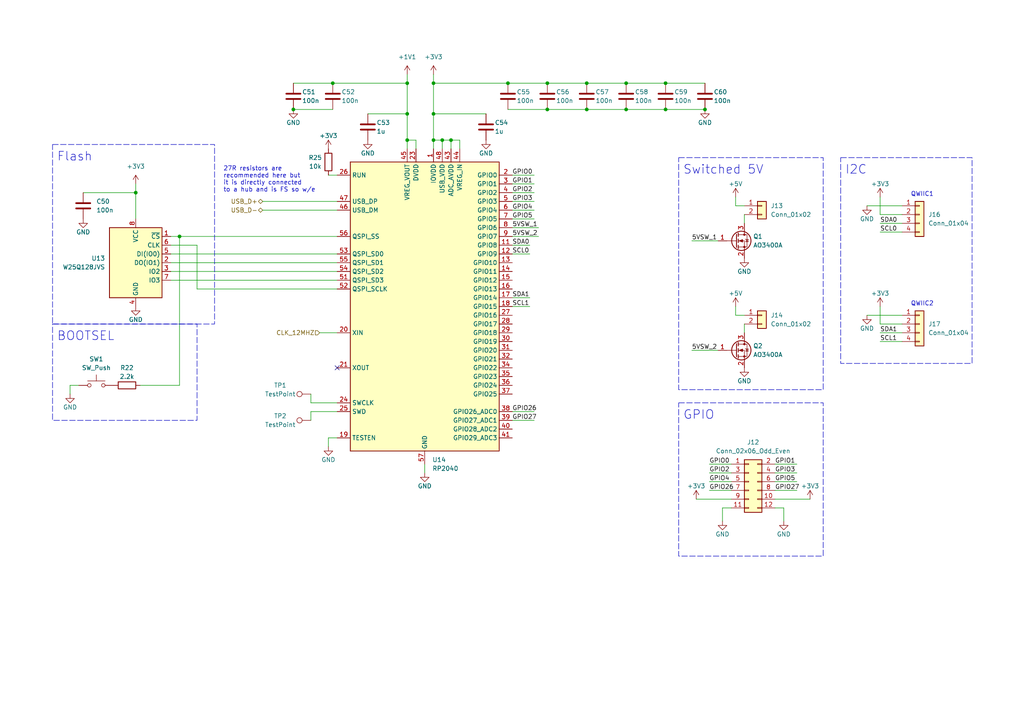
<source format=kicad_sch>
(kicad_sch (version 20230121) (generator eeschema)
  (paper "A4")
  (lib_symbols
    (symbol "Connector:TestPoint" (pin_numbers hide) (pin_names (offset 0.762) hide)
      (property "Reference" "TP" (at 0 6.858 0))
      (property "Value" "TestPoint" (at 0 5.08 0))
      (symbol "TestPoint_0_1"
        (circle (center 0 3.302) (radius 0.762))
      )
      (symbol "TestPoint_1_1"
        (pin passive line (at 0 0 90) (length 2.54) (name "1") (number "1"))
      )
    )
    (symbol "Connector_Generic:Conn_01x02" (pin_names (offset 1.016) hide)
      (property "Reference" "J" (at 0 2.54 0))
      (property "Value" "Conn_01x02" (at 0 -5.08 0))
      (symbol "Conn_01x02_1_1"
        (rectangle (start -1.27 -2.413) (end 0 -2.667) (stroke (width 0.1524)))
        (rectangle (start -1.27 0.127) (end 0 -0.127) (stroke (width 0.1524)))
        (rectangle (start -1.27 1.27) (end 1.27 -3.81) (stroke (width 0.254)) (fill (type background)))
        (pin passive line (at -5.08 0 0) (length 3.81) (name "Pin_1") (number "1"))
        (pin passive line (at -5.08 -2.54 0) (length 3.81) (name "Pin_2") (number "2"))
      )
    )
    (symbol "Connector_Generic:Conn_01x04" (pin_names (offset 1.016) hide)
      (property "Reference" "J" (at 0 5.08 0))
      (property "Value" "Conn_01x04" (at 0 -7.62 0))
      (symbol "Conn_01x04_1_1"
        (rectangle (start -1.27 -4.953) (end 0 -5.207) (stroke (width 0.1524)))
        (rectangle (start -1.27 -2.413) (end 0 -2.667) (stroke (width 0.1524)))
        (rectangle (start -1.27 0.127) (end 0 -0.127) (stroke (width 0.1524)))
        (rectangle (start -1.27 2.667) (end 0 2.413) (stroke (width 0.1524)))
        (rectangle (start -1.27 3.81) (end 1.27 -6.35) (stroke (width 0.254)) (fill (type background)))
        (pin passive line (at -5.08 2.54 0) (length 3.81) (name "Pin_1") (number "1"))
        (pin passive line (at -5.08 0 0) (length 3.81) (name "Pin_2") (number "2"))
        (pin passive line (at -5.08 -2.54 0) (length 3.81) (name "Pin_3") (number "3"))
        (pin passive line (at -5.08 -5.08 0) (length 3.81) (name "Pin_4") (number "4"))
      )
    )
    (symbol "Connector_Generic:Conn_02x06_Odd_Even" (pin_names (offset 1.016) hide)
      (property "Reference" "J" (at 1.27 7.62 0))
      (property "Value" "Conn_02x06_Odd_Even" (at 1.27 -10.16 0))
      (symbol "Conn_02x06_Odd_Even_1_1"
        (rectangle (start -1.27 -7.493) (end 0 -7.747) (stroke (width 0.1524)))
        (rectangle (start -1.27 -4.953) (end 0 -5.207) (stroke (width 0.1524)))
        (rectangle (start -1.27 -2.413) (end 0 -2.667) (stroke (width 0.1524)))
        (rectangle (start -1.27 0.127) (end 0 -0.127) (stroke (width 0.1524)))
        (rectangle (start -1.27 2.667) (end 0 2.413) (stroke (width 0.1524)))
        (rectangle (start -1.27 5.207) (end 0 4.953) (stroke (width 0.1524)))
        (rectangle (start -1.27 6.35) (end 3.81 -8.89) (stroke (width 0.254)) (fill (type background)))
        (rectangle (start 3.81 -7.493) (end 2.54 -7.747) (stroke (width 0.1524)))
        (rectangle (start 3.81 -4.953) (end 2.54 -5.207) (stroke (width 0.1524)))
        (rectangle (start 3.81 -2.413) (end 2.54 -2.667) (stroke (width 0.1524)))
        (rectangle (start 3.81 0.127) (end 2.54 -0.127) (stroke (width 0.1524)))
        (rectangle (start 3.81 2.667) (end 2.54 2.413) (stroke (width 0.1524)))
        (rectangle (start 3.81 5.207) (end 2.54 4.953) (stroke (width 0.1524)))
        (pin passive line (at -5.08 5.08 0) (length 3.81) (name "Pin_1") (number "1"))
        (pin passive line (at 7.62 -5.08 180) (length 3.81) (name "Pin_10") (number "10"))
        (pin passive line (at -5.08 -7.62 0) (length 3.81) (name "Pin_11") (number "11"))
        (pin passive line (at 7.62 -7.62 180) (length 3.81) (name "Pin_12") (number "12"))
        (pin passive line (at 7.62 5.08 180) (length 3.81) (name "Pin_2") (number "2"))
        (pin passive line (at -5.08 2.54 0) (length 3.81) (name "Pin_3") (number "3"))
        (pin passive line (at 7.62 2.54 180) (length 3.81) (name "Pin_4") (number "4"))
        (pin passive line (at -5.08 0 0) (length 3.81) (name "Pin_5") (number "5"))
        (pin passive line (at 7.62 0 180) (length 3.81) (name "Pin_6") (number "6"))
        (pin passive line (at -5.08 -2.54 0) (length 3.81) (name "Pin_7") (number "7"))
        (pin passive line (at 7.62 -2.54 180) (length 3.81) (name "Pin_8") (number "8"))
        (pin passive line (at -5.08 -5.08 0) (length 3.81) (name "Pin_9") (number "9"))
      )
    )
    (symbol "Device:C" (pin_numbers hide) (pin_names (offset 0.254))
      (property "Reference" "C" (at 0.635 2.54 0))
      (property "Value" "C" (at 0.635 -2.54 0))
      (symbol "C_0_1"
        (polyline (pts (xy -2.032 -0.762) (xy 2.032 -0.762)) (stroke (width 0.508)))
        (polyline (pts (xy -2.032 0.762) (xy 2.032 0.762)) (stroke (width 0.508)))
      )
      (symbol "C_1_1"
        (pin passive line (at 0 3.81 270) (length 2.794) (name "~") (number "1"))
        (pin passive line (at 0 -3.81 90) (length 2.794) (name "~") (number "2"))
      )
    )
    (symbol "Device:R" (pin_numbers hide) (pin_names (offset 0))
      (property "Reference" "R" (at 2.032 0 90))
      (property "Value" "R" (at 0 0 90))
      (symbol "R_0_1"
        (rectangle (start -1.016 -2.54) (end 1.016 2.54) (stroke (width 0.254)))
      )
      (symbol "R_1_1"
        (pin passive line (at 0 3.81 270) (length 1.27) (name "~") (number "1"))
        (pin passive line (at 0 -3.81 90) (length 1.27) (name "~") (number "2"))
      )
    )
    (symbol "MCU_RaspberryPi:RP2040"
      (property "Reference" "U" (at 17.78 45.72 0))
      (property "Value" "RP2040" (at 17.78 43.18 0))
      (symbol "RP2040_0_1"
        (rectangle (start -21.59 41.91) (end 21.59 -41.91) (stroke (width 0.254)) (fill (type background)))
      )
      (symbol "RP2040_1_1"
        (pin power_in line (at 2.54 45.72 270) (length 3.81) (name "IOVDD") (number "1"))
        (pin passive line (at 2.54 45.72 270) (length 3.81) hide (name "IOVDD") (number "10"))
        (pin bidirectional line (at 25.4 17.78 180) (length 3.81) (name "GPIO8") (number "11"))
        (pin bidirectional line (at 25.4 15.24 180) (length 3.81) (name "GPIO9") (number "12"))
        (pin bidirectional line (at 25.4 12.7 180) (length 3.81) (name "GPIO10") (number "13"))
        (pin bidirectional line (at 25.4 10.16 180) (length 3.81) (name "GPIO11") (number "14"))
        (pin bidirectional line (at 25.4 7.62 180) (length 3.81) (name "GPIO12") (number "15"))
        (pin bidirectional line (at 25.4 5.08 180) (length 3.81) (name "GPIO13") (number "16"))
        (pin bidirectional line (at 25.4 2.54 180) (length 3.81) (name "GPIO14") (number "17"))
        (pin bidirectional line (at 25.4 0 180) (length 3.81) (name "GPIO15") (number "18"))
        (pin input line (at -25.4 -38.1 0) (length 3.81) (name "TESTEN") (number "19"))
        (pin bidirectional line (at 25.4 38.1 180) (length 3.81) (name "GPIO0") (number "2"))
        (pin input line (at -25.4 -7.62 0) (length 3.81) (name "XIN") (number "20"))
        (pin passive line (at -25.4 -17.78 0) (length 3.81) (name "XOUT") (number "21"))
        (pin passive line (at 2.54 45.72 270) (length 3.81) hide (name "IOVDD") (number "22"))
        (pin power_in line (at -2.54 45.72 270) (length 3.81) (name "DVDD") (number "23"))
        (pin input line (at -25.4 -27.94 0) (length 3.81) (name "SWCLK") (number "24"))
        (pin bidirectional line (at -25.4 -30.48 0) (length 3.81) (name "SWD") (number "25"))
        (pin input line (at -25.4 38.1 0) (length 3.81) (name "RUN") (number "26"))
        (pin bidirectional line (at 25.4 -2.54 180) (length 3.81) (name "GPIO16") (number "27"))
        (pin bidirectional line (at 25.4 -5.08 180) (length 3.81) (name "GPIO17") (number "28"))
        (pin bidirectional line (at 25.4 -7.62 180) (length 3.81) (name "GPIO18") (number "29"))
        (pin bidirectional line (at 25.4 35.56 180) (length 3.81) (name "GPIO1") (number "3"))
        (pin bidirectional line (at 25.4 -10.16 180) (length 3.81) (name "GPIO19") (number "30"))
        (pin bidirectional line (at 25.4 -12.7 180) (length 3.81) (name "GPIO20") (number "31"))
        (pin bidirectional line (at 25.4 -15.24 180) (length 3.81) (name "GPIO21") (number "32"))
        (pin passive line (at 2.54 45.72 270) (length 3.81) hide (name "IOVDD") (number "33"))
        (pin bidirectional line (at 25.4 -17.78 180) (length 3.81) (name "GPIO22") (number "34"))
        (pin bidirectional line (at 25.4 -20.32 180) (length 3.81) (name "GPIO23") (number "35"))
        (pin bidirectional line (at 25.4 -22.86 180) (length 3.81) (name "GPIO24") (number "36"))
        (pin bidirectional line (at 25.4 -25.4 180) (length 3.81) (name "GPIO25") (number "37"))
        (pin bidirectional line (at 25.4 -30.48 180) (length 3.81) (name "GPIO26_ADC0") (number "38"))
        (pin bidirectional line (at 25.4 -33.02 180) (length 3.81) (name "GPIO27_ADC1") (number "39"))
        (pin bidirectional line (at 25.4 33.02 180) (length 3.81) (name "GPIO2") (number "4"))
        (pin bidirectional line (at 25.4 -35.56 180) (length 3.81) (name "GPIO28_ADC2") (number "40"))
        (pin bidirectional line (at 25.4 -38.1 180) (length 3.81) (name "GPIO29_ADC3") (number "41"))
        (pin passive line (at 2.54 45.72 270) (length 3.81) hide (name "IOVDD") (number "42"))
        (pin power_in line (at 7.62 45.72 270) (length 3.81) (name "ADC_AVDD") (number "43"))
        (pin power_in line (at 10.16 45.72 270) (length 3.81) (name "VREG_IN") (number "44"))
        (pin power_out line (at -5.08 45.72 270) (length 3.81) (name "VREG_VOUT") (number "45"))
        (pin bidirectional line (at -25.4 27.94 0) (length 3.81) (name "USB_DM") (number "46"))
        (pin bidirectional line (at -25.4 30.48 0) (length 3.81) (name "USB_DP") (number "47"))
        (pin power_in line (at 5.08 45.72 270) (length 3.81) (name "USB_VDD") (number "48"))
        (pin passive line (at 2.54 45.72 270) (length 3.81) hide (name "IOVDD") (number "49"))
        (pin bidirectional line (at 25.4 30.48 180) (length 3.81) (name "GPIO3") (number "5"))
        (pin passive line (at -2.54 45.72 270) (length 3.81) hide (name "DVDD") (number "50"))
        (pin bidirectional line (at -25.4 7.62 0) (length 3.81) (name "QSPI_SD3") (number "51"))
        (pin output line (at -25.4 5.08 0) (length 3.81) (name "QSPI_SCLK") (number "52"))
        (pin bidirectional line (at -25.4 15.24 0) (length 3.81) (name "QSPI_SD0") (number "53"))
        (pin bidirectional line (at -25.4 10.16 0) (length 3.81) (name "QSPI_SD2") (number "54"))
        (pin bidirectional line (at -25.4 12.7 0) (length 3.81) (name "QSPI_SD1") (number "55"))
        (pin bidirectional line (at -25.4 20.32 0) (length 3.81) (name "QSPI_SS") (number "56"))
        (pin power_in line (at 0 -45.72 90) (length 3.81) (name "GND") (number "57"))
        (pin bidirectional line (at 25.4 27.94 180) (length 3.81) (name "GPIO4") (number "6"))
        (pin bidirectional line (at 25.4 25.4 180) (length 3.81) (name "GPIO5") (number "7"))
        (pin bidirectional line (at 25.4 22.86 180) (length 3.81) (name "GPIO6") (number "8"))
        (pin bidirectional line (at 25.4 20.32 180) (length 3.81) (name "GPIO7") (number "9"))
      )
    )
    (symbol "Memory_Flash:W25Q128JVS"
      (property "Reference" "U" (at -8.89 8.89 0))
      (property "Value" "W25Q128JVS" (at 7.62 8.89 0))
      (symbol "W25Q128JVS_0_1"
        (rectangle (start -7.62 10.16) (end 7.62 -10.16) (stroke (width 0.254)) (fill (type background)))
      )
      (symbol "W25Q128JVS_1_1"
        (pin input line (at -10.16 7.62 0) (length 2.54) (name "~{CS}") (number "1"))
        (pin bidirectional line (at -10.16 0 0) (length 2.54) (name "DO(IO1)") (number "2"))
        (pin bidirectional line (at -10.16 -2.54 0) (length 2.54) (name "IO2") (number "3"))
        (pin power_in line (at 0 -12.7 90) (length 2.54) (name "GND") (number "4"))
        (pin bidirectional line (at -10.16 2.54 0) (length 2.54) (name "DI(IO0)") (number "5"))
        (pin input line (at -10.16 5.08 0) (length 2.54) (name "CLK") (number "6"))
        (pin bidirectional line (at -10.16 -5.08 0) (length 2.54) (name "IO3") (number "7"))
        (pin power_in line (at 0 12.7 270) (length 2.54) (name "VCC") (number "8"))
      )
    )
    (symbol "Switch:SW_Push" (pin_numbers hide) (pin_names (offset 1.016) hide)
      (property "Reference" "SW" (at 1.27 2.54 0))
      (property "Value" "SW_Push" (at 0 -1.524 0))
      (symbol "SW_Push_0_1"
        (circle (center -2.032 0) (radius 0.508))
        (polyline (pts (xy 0 1.27) (xy 0 3.048)))
        (polyline (pts (xy 2.54 1.27) (xy -2.54 1.27)))
        (circle (center 2.032 0) (radius 0.508))
        (pin passive line (at -5.08 0 0) (length 2.54) (name "1") (number "1"))
        (pin passive line (at 5.08 0 180) (length 2.54) (name "2") (number "2"))
      )
    )
    (symbol "Transistor_FET:AO3400A" (pin_names hide)
      (property "Reference" "Q" (at 5.08 1.905 0))
      (property "Value" "AO3400A" (at 5.08 0 0))
      (symbol "AO3400A_0_1"
        (polyline (pts (xy 0.254 0) (xy -2.54 0)))
        (polyline (pts (xy 0.254 1.905) (xy 0.254 -1.905)) (stroke (width 0.254)))
        (polyline (pts (xy 0.762 -1.27) (xy 0.762 -2.286)) (stroke (width 0.254)))
        (polyline (pts (xy 0.762 0.508) (xy 0.762 -0.508)) (stroke (width 0.254)))
        (polyline (pts (xy 0.762 2.286) (xy 0.762 1.27)) (stroke (width 0.254)))
        (polyline (pts (xy 2.54 2.54) (xy 2.54 1.778)))
        (polyline (pts (xy 2.54 -2.54) (xy 2.54 0) (xy 0.762 0)))
        (polyline (pts (xy 0.762 -1.778) (xy 3.302 -1.778) (xy 3.302 1.778) (xy 0.762 1.778)))
        (polyline (pts (xy 1.016 0) (xy 2.032 0.381) (xy 2.032 -0.381) (xy 1.016 0)) (fill (type outline)))
        (polyline (pts (xy 2.794 0.508) (xy 2.921 0.381) (xy 3.683 0.381) (xy 3.81 0.254)))
        (polyline (pts (xy 3.302 0.381) (xy 2.921 -0.254) (xy 3.683 -0.254) (xy 3.302 0.381)))
        (circle (center 1.651 0) (radius 2.794) (stroke (width 0.254)))
        (circle (center 2.54 -1.778) (radius 0.254) (fill (type outline)))
        (circle (center 2.54 1.778) (radius 0.254) (fill (type outline)))
      )
      (symbol "AO3400A_1_1"
        (pin input line (at -5.08 0 0) (length 2.54) (name "G") (number "1"))
        (pin passive line (at 2.54 -5.08 90) (length 2.54) (name "S") (number "2"))
        (pin passive line (at 2.54 5.08 270) (length 2.54) (name "D") (number "3"))
      )
    )
    (symbol "power:+1V1" (power) (pin_names (offset 0))
      (property "Value" "+1V1" (at 0 3.556 0))
      (symbol "+1V1_0_1"
        (polyline (pts (xy -0.762 1.27) (xy 0 2.54)))
        (polyline (pts (xy 0 0) (xy 0 2.54)))
        (polyline (pts (xy 0 2.54) (xy 0.762 1.27)))
      )
      (symbol "+1V1_1_1"
        (pin power_in line (at 0 0 90) (length 0) hide (name "+1V1") (number "1"))
      )
    )
    (symbol "power:+3V3" (power) (pin_names (offset 0))
      (property "Value" "+3V3" (at 0 3.556 0))
      (symbol "+3V3_0_1"
        (polyline (pts (xy -0.762 1.27) (xy 0 2.54)))
        (polyline (pts (xy 0 0) (xy 0 2.54)))
        (polyline (pts (xy 0 2.54) (xy 0.762 1.27)))
      )
      (symbol "+3V3_1_1"
        (pin power_in line (at 0 0 90) (length 0) hide (name "+3V3") (number "1"))
      )
    )
    (symbol "power:+5V" (power) (pin_names (offset 0))
      (property "Value" "+5V" (at 0 3.556 0))
      (symbol "+5V_0_1"
        (polyline (pts (xy -0.762 1.27) (xy 0 2.54)))
        (polyline (pts (xy 0 0) (xy 0 2.54)))
        (polyline (pts (xy 0 2.54) (xy 0.762 1.27)))
      )
      (symbol "+5V_1_1"
        (pin power_in line (at 0 0 90) (length 0) hide (name "+5V") (number "1"))
      )
    )
    (symbol "power:GND" (power) (pin_names (offset 0))
      (property "Value" "GND" (at 0 -3.81 0))
      (symbol "GND_0_1"
        (polyline (pts (xy 0 0) (xy 0 -1.27) (xy 1.27 -1.27) (xy 0 -2.54) (xy -1.27 -1.27) (xy 0 -1.27)))
      )
      (symbol "GND_1_1"
        (pin power_in line (at 0 0 270) (length 0) hide (name "GND") (number "1"))
      )
    )
  )
  (junction (at 158.75 31.75))
  (junction (at 170.18 24.13))
  (junction (at 193.04 24.13))
  (junction (at 181.61 24.13))
  (junction (at 128.27 40.64))
  (junction (at 96.52 24.13))
  (junction (at 125.73 40.64))
  (junction (at 125.73 24.13))
  (junction (at 118.11 24.13))
  (junction (at 181.61 31.75))
  (junction (at 125.73 33.02))
  (junction (at 158.75 24.13))
  (junction (at 52.07 68.58))
  (junction (at 204.47 31.75))
  (junction (at 39.37 55.88))
  (junction (at 193.04 31.75))
  (junction (at 170.18 31.75))
  (junction (at 130.81 40.64))
  (junction (at 147.32 24.13))
  (junction (at 85.09 31.75))
  (junction (at 118.11 40.64))
  (junction (at 118.11 33.02))
  (no_connect (at 97.79 106.68))
  (wire (pts (xy 148.59 55.88) (xy 154.94 55.88)))
  (wire (pts (xy 251.46 91.44) (xy 261.62 91.44)))
  (wire (pts (xy 205.74 137.16) (xy 212.09 137.16)))
  (wire (pts (xy 40.64 111.76) (xy 52.07 111.76)))
  (wire (pts (xy 215.9 93.98) (xy 215.9 96.52)))
  (wire (pts (xy 227.33 147.32) (xy 227.33 151.13)))
  (wire (pts (xy 148.59 66.04) (xy 156.21 66.04)))
  (wire (pts (xy 255.27 64.77) (xy 261.62 64.77)))
  (wire (pts (xy 148.59 60.96) (xy 154.94 60.96)))
  (wire (pts (xy 170.18 24.13) (xy 181.61 24.13)))
  (wire (pts (xy 118.11 40.64) (xy 118.11 43.18)))
  (wire (pts (xy 148.59 73.66) (xy 153.67 73.66)))
  (wire (pts (xy 52.07 68.58) (xy 97.79 68.58)))
  (wire (pts (xy 125.73 33.02) (xy 125.73 40.64)))
  (wire (pts (xy 128.27 40.64) (xy 130.81 40.64)))
  (wire (pts (xy 148.59 86.36) (xy 153.67 86.36)))
  (wire (pts (xy 90.17 114.3) (xy 90.17 116.84)))
  (wire (pts (xy 255.27 88.9) (xy 255.27 93.98)))
  (wire (pts (xy 49.53 76.2) (xy 97.79 76.2)))
  (wire (pts (xy 125.73 40.64) (xy 125.73 43.18)))
  (wire (pts (xy 95.25 50.8) (xy 97.79 50.8)))
  (wire (pts (xy 200.66 101.6) (xy 208.28 101.6)))
  (wire (pts (xy 118.11 21.59) (xy 118.11 24.13)))
  (wire (pts (xy 49.53 81.28) (xy 97.79 81.28)))
  (wire (pts (xy 255.27 67.31) (xy 261.62 67.31)))
  (wire (pts (xy 76.2 60.96) (xy 97.79 60.96)))
  (wire (pts (xy 120.65 40.64) (xy 118.11 40.64)))
  (wire (pts (xy 255.27 62.23) (xy 261.62 62.23)))
  (wire (pts (xy 106.68 33.02) (xy 118.11 33.02)))
  (wire (pts (xy 200.66 69.85) (xy 208.28 69.85)))
  (wire (pts (xy 148.59 68.58) (xy 156.21 68.58)))
  (wire (pts (xy 133.35 40.64) (xy 133.35 43.18)))
  (wire (pts (xy 148.59 50.8) (xy 154.94 50.8)))
  (wire (pts (xy 213.36 91.44) (xy 215.9 91.44)))
  (wire (pts (xy 201.93 144.78) (xy 212.09 144.78)))
  (wire (pts (xy 224.79 134.62) (xy 231.14 134.62)))
  (wire (pts (xy 205.74 139.7) (xy 212.09 139.7)))
  (wire (pts (xy 95.25 129.54) (xy 95.25 127)))
  (wire (pts (xy 95.25 127) (xy 97.79 127)))
  (wire (pts (xy 224.79 147.32) (xy 227.33 147.32)))
  (wire (pts (xy 209.55 147.32) (xy 209.55 151.13)))
  (wire (pts (xy 148.59 121.92) (xy 154.94 121.92)))
  (wire (pts (xy 224.79 139.7) (xy 231.14 139.7)))
  (wire (pts (xy 39.37 53.34) (xy 39.37 55.88)))
  (wire (pts (xy 123.19 137.16) (xy 123.19 134.62)))
  (wire (pts (xy 255.27 57.15) (xy 255.27 62.23)))
  (wire (pts (xy 96.52 24.13) (xy 118.11 24.13)))
  (wire (pts (xy 85.09 24.13) (xy 96.52 24.13)))
  (wire (pts (xy 125.73 33.02) (xy 140.97 33.02)))
  (wire (pts (xy 224.79 137.16) (xy 231.14 137.16)))
  (wire (pts (xy 125.73 21.59) (xy 125.73 24.13)))
  (wire (pts (xy 148.59 63.5) (xy 154.94 63.5)))
  (wire (pts (xy 158.75 31.75) (xy 170.18 31.75)))
  (wire (pts (xy 215.9 62.23) (xy 215.9 64.77)))
  (wire (pts (xy 125.73 24.13) (xy 125.73 33.02)))
  (wire (pts (xy 213.36 59.69) (xy 215.9 59.69)))
  (wire (pts (xy 205.74 142.24) (xy 212.09 142.24)))
  (wire (pts (xy 120.65 43.18) (xy 120.65 40.64)))
  (wire (pts (xy 49.53 78.74) (xy 97.79 78.74)))
  (wire (pts (xy 39.37 55.88) (xy 24.13 55.88)))
  (wire (pts (xy 90.17 121.92) (xy 90.17 119.38)))
  (wire (pts (xy 148.59 71.12) (xy 153.67 71.12)))
  (wire (pts (xy 128.27 40.64) (xy 128.27 43.18)))
  (wire (pts (xy 181.61 24.13) (xy 193.04 24.13)))
  (wire (pts (xy 85.09 31.75) (xy 96.52 31.75)))
  (wire (pts (xy 92.71 96.52) (xy 97.79 96.52)))
  (wire (pts (xy 147.32 31.75) (xy 158.75 31.75)))
  (wire (pts (xy 224.79 144.78) (xy 234.95 144.78)))
  (wire (pts (xy 158.75 24.13) (xy 170.18 24.13)))
  (wire (pts (xy 255.27 93.98) (xy 261.62 93.98)))
  (wire (pts (xy 224.79 142.24) (xy 231.14 142.24)))
  (wire (pts (xy 49.53 73.66) (xy 97.79 73.66)))
  (wire (pts (xy 255.27 96.52) (xy 261.62 96.52)))
  (wire (pts (xy 255.27 99.06) (xy 261.62 99.06)))
  (wire (pts (xy 193.04 31.75) (xy 204.47 31.75)))
  (wire (pts (xy 20.32 114.3) (xy 20.32 111.76)))
  (wire (pts (xy 205.74 134.62) (xy 212.09 134.62)))
  (wire (pts (xy 125.73 40.64) (xy 128.27 40.64)))
  (wire (pts (xy 76.2 58.42) (xy 97.79 58.42)))
  (wire (pts (xy 209.55 147.32) (xy 212.09 147.32)))
  (wire (pts (xy 90.17 116.84) (xy 97.79 116.84)))
  (wire (pts (xy 147.32 24.13) (xy 158.75 24.13)))
  (wire (pts (xy 251.46 59.69) (xy 261.62 59.69)))
  (wire (pts (xy 49.53 71.12) (xy 57.15 71.12)))
  (wire (pts (xy 57.15 83.82) (xy 97.79 83.82)))
  (wire (pts (xy 52.07 68.58) (xy 52.07 111.76)))
  (wire (pts (xy 57.15 71.12) (xy 57.15 83.82)))
  (wire (pts (xy 39.37 63.5) (xy 39.37 55.88)))
  (wire (pts (xy 170.18 31.75) (xy 181.61 31.75)))
  (wire (pts (xy 90.17 119.38) (xy 97.79 119.38)))
  (wire (pts (xy 148.59 119.38) (xy 154.94 119.38)))
  (wire (pts (xy 181.61 31.75) (xy 193.04 31.75)))
  (wire (pts (xy 148.59 58.42) (xy 154.94 58.42)))
  (wire (pts (xy 193.04 24.13) (xy 204.47 24.13)))
  (wire (pts (xy 118.11 33.02) (xy 118.11 40.64)))
  (wire (pts (xy 213.36 88.9) (xy 213.36 91.44)))
  (wire (pts (xy 148.59 88.9) (xy 153.67 88.9)))
  (wire (pts (xy 49.53 68.58) (xy 52.07 68.58)))
  (wire (pts (xy 148.59 53.34) (xy 154.94 53.34)))
  (wire (pts (xy 147.32 24.13) (xy 125.73 24.13)))
  (wire (pts (xy 20.32 111.76) (xy 22.86 111.76)))
  (wire (pts (xy 130.81 40.64) (xy 130.81 43.18)))
  (wire (pts (xy 130.81 40.64) (xy 133.35 40.64)))
  (wire (pts (xy 118.11 24.13) (xy 118.11 33.02)))
  (wire (pts (xy 213.36 57.15) (xy 213.36 59.69)))
  (rectangle (start 15.24 41.91) (end 62.23 93.98) (stroke (width 0) (type dash)))
  (rectangle (start 196.85 45.72) (end 238.76 113.03) (stroke (width 0) (type dash)))
  (rectangle (start 196.85 116.84) (end 238.76 161.29) (stroke (width 0) (type dash)))
  (rectangle (start 15.24 93.98) (end 57.15 121.92) (stroke (width 0) (type dash)))
  (rectangle (start 243.84 45.72) (end 281.94 105.41) (stroke (width 0) (type dash)))
  (text "Flash" (at 16.51 46.99 0) (effects (font (size 2.54 2.54)) (justify left bottom)))
  (text "QWIIC2" (at 264.16 88.9 0) (effects (font (size 1.27 1.27)) (justify left bottom)))
  (text "27R resistors are \nrecommended here but\nit is directly connected\nto a hub and is FS so w/e" (at 64.77 55.88 0) (effects (font (size 1.27 1.27)) (justify left bottom)))
  (text "I2C" (at 245.11 50.8 0) (effects (font (size 2.54 2.54)) (justify left bottom)))
  (text "GPIO" (at 198.12 121.92 0) (effects (font (size 2.54 2.54)) (justify left bottom)))
  (text "Switched 5V" (at 198.12 50.8 0) (effects (font (size 2.54 2.54)) (justify left bottom)))
  (text "QWIIC1" (at 264.16 57.15 0) (effects (font (size 1.27 1.27)) (justify left bottom)))
  (text "BOOTSEL" (at 16.51 99.06 0) (effects (font (size 2.54 2.54)) (justify left bottom)))
  (label "GPIO3" (at 224.79 137.16 0))
  (label "GPIO1" (at 224.79 134.62 0))
  (label "5VSW_1" (at 200.66 69.85 0))
  (label "5VSW_1" (at 148.59 66.04 0))
  (label "GPIO2" (at 205.74 137.16 0))
  (label "SDA0" (at 148.59 71.12 0))
  (label "GPIO27" (at 224.79 142.24 0))
  (label "GPIO2" (at 148.59 55.88 0))
  (label "GPIO4" (at 205.74 139.7 0))
  (label "SDA1" (at 148.59 86.36 0))
  (label "SCL0" (at 148.59 73.66 0))
  (label "GPIO3" (at 148.59 58.42 0))
  (label "SCL1" (at 255.27 99.06 0))
  (label "GPIO26" (at 148.59 119.38 0))
  (label "GPIO0" (at 205.74 134.62 0))
  (label "GPIO5" (at 224.79 139.7 0))
  (label "5VSW_2" (at 200.66 101.6 0))
  (label "GPIO1" (at 148.59 53.34 0))
  (label "5VSW_2" (at 148.59 68.58 0))
  (label "GPIO4" (at 148.59 60.96 0))
  (label "GPIO26" (at 205.74 142.24 0))
  (label "GPIO0" (at 148.59 50.8 0))
  (label "SCL1" (at 148.59 88.9 0))
  (label "SDA0" (at 255.27 64.77 0))
  (label "SDA1" (at 255.27 96.52 0))
  (label "GPIO27" (at 148.59 121.92 0))
  (label "GPIO5" (at 148.59 63.5 0))
  (label "SCL0" (at 255.27 67.31 0))
  (hierarchical_label "USB_D-" (shape bidirectional) (at 76.2 60.96 180))
  (hierarchical_label "USB_D+" (shape bidirectional) (at 76.2 58.42 180))
  (hierarchical_label "CLK_12MHZ" (shape input) (at 92.71 96.52 180))
  (symbol (lib_id "Device:R") (at 36.83 111.76 90) (unit 1)
    (property "Reference" "R22" (at 36.83 106.68 90))
    (property "Value" "2.2k" (at 36.83 109.22 90))
    (property "Footprint" "Resistor_SMD:R_0603_1608Metric" (effects hide))
  )
  (symbol (lib_id "power:+3V3") (at 39.37 53.34 0) (unit 1)
    (property "Reference" "#PWR099" (effects hide))
    (property "Value" "+3V3" (at 39.37 48.26 0))
  )
  (symbol (lib_id "power:GND") (at 106.68 40.64 0) (unit 1)
    (property "Reference" "#PWR0104" (effects hide))
    (property "Value" "GND" (at 106.68 44.45 0))
  )
  (symbol (lib_id "Device:C") (at 158.75 27.94 0) (unit 1)
    (property "Reference" "C56" (at 161.29 26.67 0) (effects (justify left)))
    (property "Value" "100n" (at 161.29 29.21 0) (effects (justify left)))
    (property "Footprint" "Capacitor_SMD:C_0603_1608Metric" (effects hide))
  )
  (symbol (lib_id "Memory_Flash:W25Q128JVS") (at 39.37 76.2 0) (mirror y) (unit 1)
    (property "Reference" "U13" (at 30.48 74.93 0) (effects (justify left)))
    (property "Value" "W25Q128JVS" (at 30.48 77.47 0) (effects (justify left)))
    (property "Footprint" "Package_SO:SOIC-8_5.23x5.23mm_P1.27mm" (effects hide))
    (property "Datasheet" "http://www.winbond.com/resource-files/w25q128jv_dtr%20revc%2003272018%20plus.pdf" (effects hide))
  )
  (symbol (lib_id "power:GND") (at 215.9 74.93 0) (unit 1)
    (property "Reference" "#PWR0117" (effects hide))
    (property "Value" "GND" (at 215.9 78.74 0))
  )
  (symbol (lib_id "power:+3V3") (at 255.27 57.15 0) (unit 1)
    (property "Reference" "#PWR0120" (effects hide))
    (property "Value" "+3V3" (at 255.27 53.34 0))
  )
  (symbol (lib_id "Device:R") (at 95.25 46.99 180) (unit 1)
    (property "Reference" "R25" (at 91.44 45.72 0))
    (property "Value" "10k" (at 91.44 48.26 0))
    (property "Footprint" "Resistor_SMD:R_0603_1608Metric" (effects hide))
  )
  (symbol (lib_id "power:GND") (at 39.37 88.9 0) (unit 1)
    (property "Reference" "#PWR0100" (effects hide))
    (property "Value" "GND" (at 39.37 92.71 0))
  )
  (symbol (lib_id "Device:C") (at 193.04 27.94 0) (unit 1)
    (property "Reference" "C59" (at 195.58 26.67 0) (effects (justify left)))
    (property "Value" "100n" (at 195.58 29.21 0) (effects (justify left)))
    (property "Footprint" "Capacitor_SMD:C_0603_1608Metric" (effects hide))
  )
  (symbol (lib_id "Transistor_FET:AO3400A") (at 213.36 101.6 0) (unit 1)
    (property "Reference" "Q2" (at 218.44 100.33 0) (effects (justify left)))
    (property "Value" "AO3400A" (at 218.44 102.87 0) (effects (justify left)))
    (property "Footprint" "Package_TO_SOT_SMD:SOT-23" (effects hide))
    (property "Datasheet" "http://www.aosmd.com/pdfs/datasheet/AO3400A.pdf" (effects hide))
  )
  (symbol (lib_id "power:GND") (at 227.33 151.13 0) (unit 1)
    (property "Reference" "#PWR0111" (effects hide))
    (property "Value" "GND" (at 227.33 154.94 0))
  )
  (symbol (lib_id "Switch:SW_Push") (at 27.94 111.76 0) (unit 1)
    (property "Reference" "SW1" (at 27.94 104.14 0))
    (property "Value" "SW_Push" (at 27.94 106.68 0))
    (property "Footprint" "Project:SW_TS-1187A-B-A-B" (effects hide))
  )
  (symbol (lib_id "Connector:TestPoint") (at 90.17 114.3 90) (unit 1)
    (property "Reference" "TP1" (at 81.28 111.76 90))
    (property "Value" "TestPoint" (at 81.28 114.3 90))
    (property "Footprint" "TestPoint:TestPoint_Pad_D1.0mm" (effects hide))
  )
  (symbol (lib_id "power:+3V3") (at 255.27 88.9 0) (unit 1)
    (property "Reference" "#PWR0121" (effects hide))
    (property "Value" "+3V3" (at 255.27 85.09 0))
  )
  (symbol (lib_id "power:+5V") (at 213.36 57.15 0) (unit 1)
    (property "Reference" "#PWR0113" (effects hide))
    (property "Value" "+5V" (at 213.36 53.34 0))
  )
  (symbol (lib_id "Connector:TestPoint") (at 90.17 121.92 90) (unit 1)
    (property "Reference" "TP2" (at 81.28 120.65 90))
    (property "Value" "TestPoint" (at 81.28 123.19 90))
    (property "Footprint" "TestPoint:TestPoint_Pad_D1.0mm" (effects hide))
  )
  (symbol (lib_id "Connector_Generic:Conn_01x02") (at 220.98 59.69 0) (unit 1)
    (property "Reference" "J13" (at 223.52 59.69 0) (effects (justify left)))
    (property "Value" "Conn_01x02" (at 223.52 62.23 0) (effects (justify left)))
    (property "Footprint" "Connector_PinHeader_2.54mm:PinHeader_1x02_P2.54mm_Vertical" (effects hide))
  )
  (symbol (lib_id "power:GND") (at 85.09 31.75 0) (unit 1)
    (property "Reference" "#PWR0101" (effects hide))
    (property "Value" "GND" (at 85.09 35.56 0))
  )
  (symbol (lib_id "Connector_Generic:Conn_01x04") (at 266.7 93.98 0) (unit 1)
    (property "Reference" "J17" (at 269.24 93.98 0) (effects (justify left)))
    (property "Value" "Conn_01x04" (at 269.24 96.52 0) (effects (justify left)))
    (property "Footprint" "Connector_JST:JST_SH_BM04B-SRSS-TB_1x04-1MP_P1.00mm_Vertical" (effects hide))
  )
  (symbol (lib_id "MCU_RaspberryPi:RP2040") (at 123.19 88.9 0) (unit 1)
    (property "Reference" "U14" (at 125.3841 133.35 0) (effects (justify left)))
    (property "Value" "RP2040" (at 125.3841 135.89 0) (effects (justify left)))
    (property "Footprint" "Package_DFN_QFN:QFN-56-1EP_7x7mm_P0.4mm_EP3.2x3.2mm" (effects hide))
    (property "Datasheet" "https://datasheets.raspberrypi.com/rp2040/rp2040-datasheet.pdf" (effects hide))
  )
  (symbol (lib_id "power:GND") (at 140.97 40.64 0) (unit 1)
    (property "Reference" "#PWR0108" (effects hide))
    (property "Value" "GND" (at 140.97 44.45 0))
  )
  (symbol (lib_id "Device:C") (at 181.61 27.94 0) (unit 1)
    (property "Reference" "C58" (at 184.15 26.67 0) (effects (justify left)))
    (property "Value" "100n" (at 184.15 29.21 0) (effects (justify left)))
    (property "Footprint" "Capacitor_SMD:C_0603_1608Metric" (effects hide))
  )
  (symbol (lib_id "Device:C") (at 170.18 27.94 0) (unit 1)
    (property "Reference" "C57" (at 172.72 26.67 0) (effects (justify left)))
    (property "Value" "100n" (at 172.72 29.21 0) (effects (justify left)))
    (property "Footprint" "Capacitor_SMD:C_0603_1608Metric" (effects hide))
  )
  (symbol (lib_id "power:GND") (at 251.46 59.69 0) (unit 1)
    (property "Reference" "#PWR0122" (effects hide))
    (property "Value" "GND" (at 251.46 63.5 0))
  )
  (symbol (lib_id "power:GND") (at 251.46 91.44 0) (unit 1)
    (property "Reference" "#PWR0123" (effects hide))
    (property "Value" "GND" (at 251.46 95.25 0))
  )
  (symbol (lib_id "power:GND") (at 209.55 151.13 0) (unit 1)
    (property "Reference" "#PWR0110" (effects hide))
    (property "Value" "GND" (at 209.55 154.94 0))
  )
  (symbol (lib_id "power:GND") (at 123.19 137.16 0) (unit 1)
    (property "Reference" "#PWR0106" (effects hide))
    (property "Value" "GND" (at 123.19 140.97 0))
  )
  (symbol (lib_id "Device:C") (at 204.47 27.94 0) (unit 1)
    (property "Reference" "C60" (at 207.01 26.67 0) (effects (justify left)))
    (property "Value" "100n" (at 207.01 29.21 0) (effects (justify left)))
    (property "Footprint" "Capacitor_SMD:C_0603_1608Metric" (effects hide))
  )
  (symbol (lib_id "power:GND") (at 215.9 106.68 0) (unit 1)
    (property "Reference" "#PWR0118" (effects hide))
    (property "Value" "GND" (at 215.9 110.49 0))
  )
  (symbol (lib_id "Device:C") (at 24.13 59.69 0) (unit 1)
    (property "Reference" "C50" (at 27.94 58.42 0) (effects (justify left)))
    (property "Value" "100n" (at 27.94 60.96 0) (effects (justify left)))
    (property "Footprint" "Capacitor_SMD:C_0603_1608Metric" (effects hide))
  )
  (symbol (lib_id "power:+3V3") (at 201.93 144.78 0) (unit 1)
    (property "Reference" "#PWR0109" (effects hide))
    (property "Value" "+3V3" (at 201.93 140.97 0))
  )
  (symbol (lib_id "power:GND") (at 24.13 63.5 0) (unit 1)
    (property "Reference" "#PWR098" (effects hide))
    (property "Value" "GND" (at 24.13 67.31 0))
  )
  (symbol (lib_id "power:+3V3") (at 234.95 144.78 0) (unit 1)
    (property "Reference" "#PWR0112" (effects hide))
    (property "Value" "+3V3" (at 234.95 140.97 0))
  )
  (symbol (lib_id "Device:C") (at 85.09 27.94 0) (unit 1)
    (property "Reference" "C51" (at 87.63 26.67 0) (effects (justify left)))
    (property "Value" "100n" (at 87.63 29.21 0) (effects (justify left)))
    (property "Footprint" "Capacitor_SMD:C_0603_1608Metric" (effects hide))
  )
  (symbol (lib_id "Transistor_FET:AO3400A") (at 213.36 69.85 0) (unit 1)
    (property "Reference" "Q1" (at 218.44 68.58 0) (effects (justify left)))
    (property "Value" "AO3400A" (at 218.44 71.12 0) (effects (justify left)))
    (property "Footprint" "Package_TO_SOT_SMD:SOT-23" (effects hide))
    (property "Datasheet" "http://www.aosmd.com/pdfs/datasheet/AO3400A.pdf" (effects hide))
  )
  (symbol (lib_id "power:GND") (at 20.32 114.3 0) (unit 1)
    (property "Reference" "#PWR097" (effects hide))
    (property "Value" "GND" (at 20.32 118.11 0))
  )
  (symbol (lib_id "Connector_Generic:Conn_02x06_Odd_Even") (at 217.17 139.7 0) (unit 1)
    (property "Reference" "J12" (at 218.44 128.27 0))
    (property "Value" "Conn_02x06_Odd_Even" (at 218.44 130.81 0))
    (property "Footprint" "Connector_PinHeader_2.54mm:PinHeader_2x06_P2.54mm_Vertical" (effects hide))
  )
  (symbol (lib_id "power:GND") (at 204.47 31.75 0) (unit 1)
    (property "Reference" "#PWR0116" (effects hide))
    (property "Value" "GND" (at 204.47 35.56 0))
  )
  (symbol (lib_id "Device:C") (at 147.32 27.94 0) (unit 1)
    (property "Reference" "C55" (at 149.86 26.67 0) (effects (justify left)))
    (property "Value" "100n" (at 149.86 29.21 0) (effects (justify left)))
    (property "Footprint" "Capacitor_SMD:C_0603_1608Metric" (effects hide))
  )
  (symbol (lib_id "Connector_Generic:Conn_01x04") (at 266.7 62.23 0) (unit 1)
    (property "Reference" "J16" (at 269.24 62.23 0) (effects (justify left)))
    (property "Value" "Conn_01x04" (at 269.24 64.77 0) (effects (justify left)))
    (property "Footprint" "Connector_JST:JST_SH_BM04B-SRSS-TB_1x04-1MP_P1.00mm_Vertical" (effects hide))
  )
  (symbol (lib_id "Device:C") (at 96.52 27.94 0) (unit 1)
    (property "Reference" "C52" (at 99.06 26.67 0) (effects (justify left)))
    (property "Value" "100n" (at 99.06 29.21 0) (effects (justify left)))
    (property "Footprint" "Capacitor_SMD:C_0603_1608Metric" (effects hide))
  )
  (symbol (lib_id "Device:C") (at 106.68 36.83 0) (unit 1)
    (property "Reference" "C53" (at 109.22 35.56 0) (effects (justify left)))
    (property "Value" "1u" (at 109.22 38.1 0) (effects (justify left)))
    (property "Footprint" "Capacitor_SMD:C_0603_1608Metric" (effects hide))
  )
  (symbol (lib_id "power:+3V3") (at 95.25 43.18 0) (unit 1)
    (property "Reference" "#PWR0102" (effects hide))
    (property "Value" "+3V3" (at 95.25 39.37 0))
  )
  (symbol (lib_id "Device:C") (at 140.97 36.83 0) (unit 1)
    (property "Reference" "C54" (at 143.51 35.56 0) (effects (justify left)))
    (property "Value" "1u" (at 143.51 38.1 0) (effects (justify left)))
    (property "Footprint" "Capacitor_SMD:C_0603_1608Metric" (effects hide))
  )
  (symbol (lib_id "power:+1V1") (at 118.11 21.59 0) (unit 1)
    (property "Reference" "#PWR0105" (effects hide))
    (property "Value" "+1V1" (at 118.11 16.51 0))
  )
  (symbol (lib_id "Connector_Generic:Conn_01x02") (at 220.98 91.44 0) (unit 1)
    (property "Reference" "J14" (at 223.52 91.44 0) (effects (justify left)))
    (property "Value" "Conn_01x02" (at 223.52 93.98 0) (effects (justify left)))
    (property "Footprint" "Connector_PinHeader_2.54mm:PinHeader_1x02_P2.54mm_Vertical" (effects hide))
  )
  (symbol (lib_id "power:GND") (at 95.25 129.54 0) (unit 1)
    (property "Reference" "#PWR0103" (effects hide))
    (property "Value" "GND" (at 95.25 133.35 0))
  )
  (symbol (lib_id "power:+5V") (at 213.36 88.9 0) (unit 1)
    (property "Reference" "#PWR0114" (effects hide))
    (property "Value" "+5V" (at 213.36 85.09 0))
  )
  (symbol (lib_id "power:+3V3") (at 125.73 21.59 0) (unit 1)
    (property "Reference" "#PWR0107" (effects hide))
    (property "Value" "+3V3" (at 125.73 16.51 0))
  )
)
</source>
